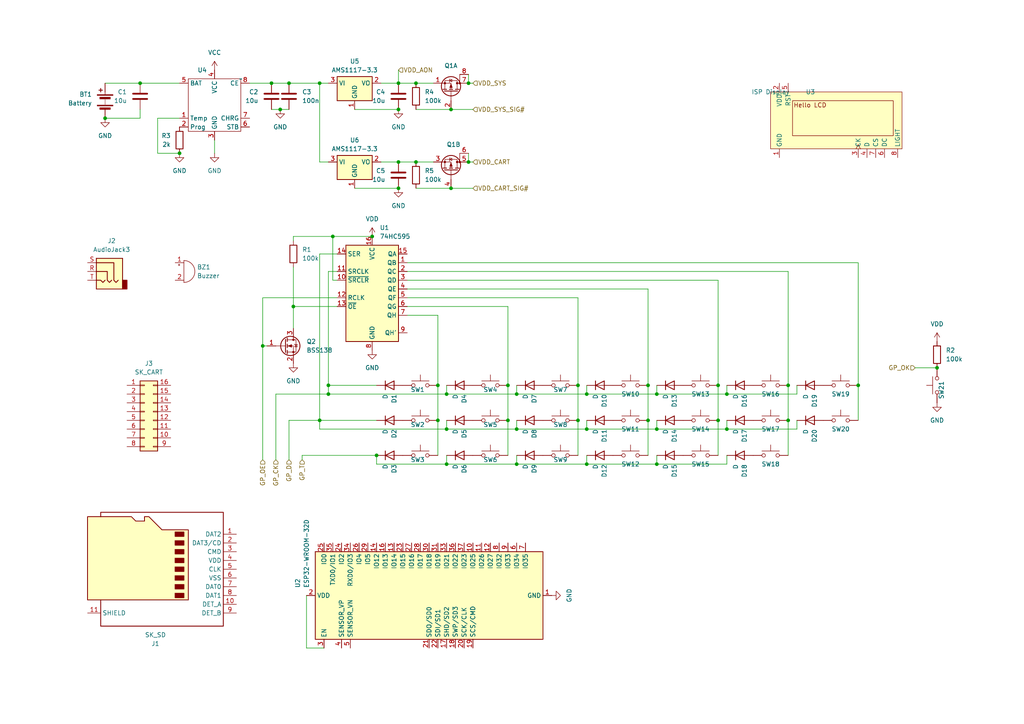
<source format=kicad_sch>
(kicad_sch (version 20230121) (generator eeschema)
  (paper "A4")
  (title_block (title "Main"))
  (lib_symbols
    (symbol "74xx:74HC595"
      (property "Reference" "U" (at -7.62 13.97 0))
      (property "Value" "74HC595" (at -7.62 -16.51 0))
      (symbol "74HC595_1_0"
        (pin tri_state line (at 10.16 7.62 180) (length 2.54) (name "QB") (number "1"))
        (pin input line (at -10.16 2.54 0) (length 2.54) (name "~{SRCLR}") (number "10"))
        (pin input line (at -10.16 5.08 0) (length 2.54) (name "SRCLK") (number "11"))
        (pin input line (at -10.16 -2.54 0) (length 2.54) (name "RCLK") (number "12"))
        (pin input line (at -10.16 -5.08 0) (length 2.54) (name "~{OE}") (number "13"))
        (pin input line (at -10.16 10.16 0) (length 2.54) (name "SER") (number "14"))
        (pin tri_state line (at 10.16 10.16 180) (length 2.54) (name "QA") (number "15"))
        (pin power_in line (at 0 15.24 270) (length 2.54) (name "VCC") (number "16"))
        (pin tri_state line (at 10.16 5.08 180) (length 2.54) (name "QC") (number "2"))
        (pin tri_state line (at 10.16 2.54 180) (length 2.54) (name "QD") (number "3"))
        (pin tri_state line (at 10.16 0 180) (length 2.54) (name "QE") (number "4"))
        (pin tri_state line (at 10.16 -2.54 180) (length 2.54) (name "QF") (number "5"))
        (pin tri_state line (at 10.16 -5.08 180) (length 2.54) (name "QG") (number "6"))
        (pin tri_state line (at 10.16 -7.62 180) (length 2.54) (name "QH") (number "7"))
        (pin power_in line (at 0 -17.78 90) (length 2.54) (name "GND") (number "8"))
        (pin output line (at 10.16 -12.7 180) (length 2.54) (name "QH'") (number "9"))
      )
      (symbol "74HC595_1_1"
        (rectangle (start -7.62 12.7) (end 7.62 -15.24) (stroke (width 0.254)) (fill (type background)))
      )
    )
    (symbol "Connector:Micro_SD_Card_Det2"
      (property "Reference" "J" (at -16.51 17.78 0))
      (property "Value" "Micro_SD_Card_Det2" (at 16.51 17.78 0))
      (symbol "Micro_SD_Card_Det2_0_1"
        (rectangle (start -7.62 -6.985) (end -5.08 -8.255) (stroke (width 0.254)) (fill (type outline)))
        (rectangle (start -7.62 -4.445) (end -5.08 -5.715) (stroke (width 0.254)) (fill (type outline)))
        (rectangle (start -7.62 -1.905) (end -5.08 -3.175) (stroke (width 0.254)) (fill (type outline)))
        (rectangle (start -7.62 0.635) (end -5.08 -0.635) (stroke (width 0.254)) (fill (type outline)))
        (rectangle (start -7.62 3.175) (end -5.08 1.905) (stroke (width 0.254)) (fill (type outline)))
        (rectangle (start -7.62 5.715) (end -5.08 4.445) (stroke (width 0.254)) (fill (type outline)))
        (rectangle (start -7.62 8.255) (end -5.08 6.985) (stroke (width 0.254)) (fill (type outline)))
        (rectangle (start -7.62 10.795) (end -5.08 9.525) (stroke (width 0.254)) (fill (type outline)))
        (polyline (pts (xy 16.51 15.24) (xy 16.51 16.51) (xy -19.05 16.51) (xy -19.05 -16.51) (xy 16.51 -16.51) (xy 16.51 -8.89)) (stroke (width 0.254)))
        (polyline (pts (xy -8.89 -8.89) (xy -8.89 11.43) (xy -1.27 11.43) (xy 2.54 15.24) (xy 3.81 15.24) (xy 3.81 13.97) (xy 6.35 13.97) (xy 7.62 15.24) (xy 20.32 15.24) (xy 20.32 -8.89) (xy -8.89 -8.89)) (stroke (width 0.254)) (fill (type background)))
      )
      (symbol "Micro_SD_Card_Det2_1_1"
        (pin bidirectional line (at -22.86 10.16 0) (length 3.81) (name "DAT2") (number "1"))
        (pin passive line (at -22.86 -10.16 0) (length 3.81) (name "DET_A") (number "10"))
        (pin passive line (at 20.32 -12.7 180) (length 3.81) (name "SHIELD") (number "11"))
        (pin bidirectional line (at -22.86 7.62 0) (length 3.81) (name "DAT3/CD") (number "2"))
        (pin input line (at -22.86 5.08 0) (length 3.81) (name "CMD") (number "3"))
        (pin power_in line (at -22.86 2.54 0) (length 3.81) (name "VDD") (number "4"))
        (pin input line (at -22.86 0 0) (length 3.81) (name "CLK") (number "5"))
        (pin power_in line (at -22.86 -2.54 0) (length 3.81) (name "VSS") (number "6"))
        (pin bidirectional line (at -22.86 -5.08 0) (length 3.81) (name "DAT0") (number "7"))
        (pin bidirectional line (at -22.86 -7.62 0) (length 3.81) (name "DAT1") (number "8"))
        (pin passive line (at -22.86 -12.7 0) (length 3.81) (name "DET_B") (number "9"))
      )
    )
    (symbol "Connector_Audio:AudioJack3"
      (property "Reference" "J" (at 0 8.89 0))
      (property "Value" "AudioJack3" (at 0 6.35 0))
      (symbol "AudioJack3_0_1"
        (rectangle (start -5.08 -5.08) (end -6.35 -2.54) (stroke (width 0.254)) (fill (type outline)))
        (polyline (pts (xy 0 -2.54) (xy 0.635 -3.175) (xy 1.27 -2.54) (xy 2.54 -2.54)) (stroke (width 0.254)))
        (polyline (pts (xy -1.905 -2.54) (xy -1.27 -3.175) (xy -0.635 -2.54) (xy -0.635 0) (xy 2.54 0)) (stroke (width 0.254)))
        (polyline (pts (xy 2.54 2.54) (xy -2.54 2.54) (xy -2.54 -2.54) (xy -3.175 -3.175) (xy -3.81 -2.54)) (stroke (width 0.254)))
        (rectangle (start 2.54 3.81) (end -5.08 -5.08) (stroke (width 0.254)) (fill (type background)))
      )
      (symbol "AudioJack3_1_1"
        (pin passive line (at 5.08 0 180) (length 2.54) (name "~") (number "R"))
        (pin passive line (at 5.08 2.54 180) (length 2.54) (name "~") (number "S"))
        (pin passive line (at 5.08 -2.54 180) (length 2.54) (name "~") (number "T"))
      )
    )
    (symbol "Connector_Generic:Conn_02x08_Counter_Clockwise" (pin_names (offset 1.016) hide)
      (property "Reference" "J" (at 1.27 10.16 0))
      (property "Value" "Conn_02x08_Counter_Clockwise" (at 1.27 -12.7 0))
      (symbol "Conn_02x08_Counter_Clockwise_1_1"
        (rectangle (start -1.27 -10.033) (end 0 -10.287) (stroke (width 0.1524)))
        (rectangle (start -1.27 -7.493) (end 0 -7.747) (stroke (width 0.1524)))
        (rectangle (start -1.27 -4.953) (end 0 -5.207) (stroke (width 0.1524)))
        (rectangle (start -1.27 -2.413) (end 0 -2.667) (stroke (width 0.1524)))
        (rectangle (start -1.27 0.127) (end 0 -0.127) (stroke (width 0.1524)))
        (rectangle (start -1.27 2.667) (end 0 2.413) (stroke (width 0.1524)))
        (rectangle (start -1.27 5.207) (end 0 4.953) (stroke (width 0.1524)))
        (rectangle (start -1.27 7.747) (end 0 7.493) (stroke (width 0.1524)))
        (rectangle (start -1.27 8.89) (end 3.81 -11.43) (stroke (width 0.254)) (fill (type background)))
        (rectangle (start 3.81 -10.033) (end 2.54 -10.287) (stroke (width 0.1524)))
        (rectangle (start 3.81 -7.493) (end 2.54 -7.747) (stroke (width 0.1524)))
        (rectangle (start 3.81 -4.953) (end 2.54 -5.207) (stroke (width 0.1524)))
        (rectangle (start 3.81 -2.413) (end 2.54 -2.667) (stroke (width 0.1524)))
        (rectangle (start 3.81 0.127) (end 2.54 -0.127) (stroke (width 0.1524)))
        (rectangle (start 3.81 2.667) (end 2.54 2.413) (stroke (width 0.1524)))
        (rectangle (start 3.81 5.207) (end 2.54 4.953) (stroke (width 0.1524)))
        (rectangle (start 3.81 7.747) (end 2.54 7.493) (stroke (width 0.1524)))
        (pin passive line (at -5.08 7.62 0) (length 3.81) (name "Pin_1") (number "1"))
        (pin passive line (at 7.62 -7.62 180) (length 3.81) (name "Pin_10") (number "10"))
        (pin passive line (at 7.62 -5.08 180) (length 3.81) (name "Pin_11") (number "11"))
        (pin passive line (at 7.62 -2.54 180) (length 3.81) (name "Pin_12") (number "12"))
        (pin passive line (at 7.62 0 180) (length 3.81) (name "Pin_13") (number "13"))
        (pin passive line (at 7.62 2.54 180) (length 3.81) (name "Pin_14") (number "14"))
        (pin passive line (at 7.62 5.08 180) (length 3.81) (name "Pin_15") (number "15"))
        (pin passive line (at 7.62 7.62 180) (length 3.81) (name "Pin_16") (number "16"))
        (pin passive line (at -5.08 5.08 0) (length 3.81) (name "Pin_2") (number "2"))
        (pin passive line (at -5.08 2.54 0) (length 3.81) (name "Pin_3") (number "3"))
        (pin passive line (at -5.08 0 0) (length 3.81) (name "Pin_4") (number "4"))
        (pin passive line (at -5.08 -2.54 0) (length 3.81) (name "Pin_5") (number "5"))
        (pin passive line (at -5.08 -5.08 0) (length 3.81) (name "Pin_6") (number "6"))
        (pin passive line (at -5.08 -7.62 0) (length 3.81) (name "Pin_7") (number "7"))
        (pin passive line (at -5.08 -10.16 0) (length 3.81) (name "Pin_8") (number "8"))
        (pin passive line (at 7.62 -10.16 180) (length 3.81) (name "Pin_9") (number "9"))
      )
    )
    (symbol "Device:Battery" (pin_numbers hide) (pin_names (offset 0) hide)
      (property "Reference" "BT" (at 2.54 2.54 0))
      (property "Value" "Battery" (at 2.54 0 0))
      (symbol "Battery_0_1"
        (rectangle (start -2.286 -1.27) (end 2.286 -1.524) (fill (type outline)))
        (rectangle (start -2.286 1.778) (end 2.286 1.524) (fill (type outline)))
        (rectangle (start -1.524 -2.032) (end 1.524 -2.54) (fill (type outline)))
        (rectangle (start -1.524 1.016) (end 1.524 0.508) (fill (type outline)))
        (polyline (pts (xy 0 -1.016) (xy 0 -0.762)))
        (polyline (pts (xy 0 -0.508) (xy 0 -0.254)))
        (polyline (pts (xy 0 0) (xy 0 0.254)))
        (polyline (pts (xy 0 1.778) (xy 0 2.54)))
        (polyline (pts (xy 0.762 3.048) (xy 1.778 3.048)) (stroke (width 0.254)))
        (polyline (pts (xy 1.27 3.556) (xy 1.27 2.54)) (stroke (width 0.254)))
      )
      (symbol "Battery_1_1"
        (pin passive line (at 0 5.08 270) (length 2.54) (name "+") (number "1"))
        (pin passive line (at 0 -5.08 90) (length 2.54) (name "-") (number "2"))
      )
    )
    (symbol "Device:Buzzer" (pin_names (offset 0.0254) hide)
      (property "Reference" "BZ" (at 3.81 1.27 0))
      (property "Value" "Buzzer" (at 3.81 -1.27 0))
      (symbol "Buzzer_0_1"
        (arc (start 0 -3.175) (mid 3.1612 0) (end 0 3.175))
        (polyline (pts (xy -1.651 1.905) (xy -1.143 1.905)))
        (polyline (pts (xy -1.397 2.159) (xy -1.397 1.651)))
        (polyline (pts (xy 0 3.175) (xy 0 -3.175)))
      )
      (symbol "Buzzer_1_1"
        (pin passive line (at -2.54 2.54 0) (length 2.54) (name "+") (number "1"))
        (pin passive line (at -2.54 -2.54 0) (length 2.54) (name "-") (number "2"))
      )
    )
    (symbol "Device:C" (pin_numbers hide) (pin_names (offset 0.254))
      (property "Reference" "C" (at 0.635 2.54 0))
      (property "Value" "C" (at 0.635 -2.54 0))
      (symbol "C_0_1"
        (polyline (pts (xy -2.032 -0.762) (xy 2.032 -0.762)) (stroke (width 0.508)))
        (polyline (pts (xy -2.032 0.762) (xy 2.032 0.762)) (stroke (width 0.508)))
      )
      (symbol "C_1_1"
        (pin passive line (at 0 3.81 270) (length 2.794) (name "~") (number "1"))
        (pin passive line (at 0 -3.81 90) (length 2.794) (name "~") (number "2"))
      )
    )
    (symbol "Device:D" (pin_numbers hide) (pin_names (offset 1.016) hide)
      (property "Reference" "D" (at 0 2.54 0))
      (property "Value" "D" (at 0 -2.54 0))
      (symbol "D_0_1"
        (polyline (pts (xy -1.27 1.27) (xy -1.27 -1.27)) (stroke (width 0.254)))
        (polyline (pts (xy 1.27 0) (xy -1.27 0)))
        (polyline (pts (xy 1.27 1.27) (xy 1.27 -1.27) (xy -1.27 0) (xy 1.27 1.27)) (stroke (width 0.254)))
      )
      (symbol "D_1_1"
        (pin passive line (at -3.81 0 0) (length 2.54) (name "K") (number "1"))
        (pin passive line (at 3.81 0 180) (length 2.54) (name "A") (number "2"))
      )
    )
    (symbol "Device:Q_Dual_PMOS_S1G1S2G2D2D2D1D1" (pin_names (offset 0) hide)
      (property "Reference" "Q" (at 6.35 1.27 0))
      (property "Value" "Q_Dual_PMOS_S1G1S2G2D2D2D1D1" (at 21.59 -1.27 0))
      (symbol "Q_Dual_PMOS_S1G1S2G2D2D2D1D1_0_1"
        (polyline (pts (xy 0.254 0) (xy -2.54 0)))
        (polyline (pts (xy 0.254 1.905) (xy 0.254 -1.905)) (stroke (width 0.254)))
        (polyline (pts (xy 0.762 -1.27) (xy 0.762 -2.286)) (stroke (width 0.254)))
        (polyline (pts (xy 0.762 0.508) (xy 0.762 -0.508)) (stroke (width 0.254)))
        (polyline (pts (xy 0.762 2.286) (xy 0.762 1.27)) (stroke (width 0.254)))
        (polyline (pts (xy 2.54 2.54) (xy 2.54 1.778)))
        (polyline (pts (xy 2.54 -2.54) (xy 2.54 0) (xy 0.762 0)))
        (polyline (pts (xy 0.762 1.778) (xy 3.302 1.778) (xy 3.302 -1.778) (xy 0.762 -1.778)))
        (polyline (pts (xy 2.286 0) (xy 1.27 0.381) (xy 1.27 -0.381) (xy 2.286 0)) (fill (type outline)))
        (polyline (pts (xy 2.794 -0.508) (xy 2.921 -0.381) (xy 3.683 -0.381) (xy 3.81 -0.254)))
        (polyline (pts (xy 3.302 -0.381) (xy 2.921 0.254) (xy 3.683 0.254) (xy 3.302 -0.381)))
        (circle (center 1.651 0) (radius 2.794) (stroke (width 0.254)))
        (circle (center 2.54 -1.778) (radius 0.254) (fill (type outline)))
        (circle (center 2.54 1.778) (radius 0.254) (fill (type outline)))
        (circle (center 2.54 2.54) (radius 0.254) (fill (type outline)))
        (rectangle (start 5.08 2.54) (end 2.54 2.54))
      )
      (symbol "Q_Dual_PMOS_S1G1S2G2D2D2D1D1_1_1"
        (pin passive line (at 2.54 -5.08 90) (length 2.54) (name "S") (number "1"))
        (pin input line (at -5.08 0 0) (length 2.54) (name "G") (number "2"))
        (pin passive line (at 2.54 5.08 270) (length 2.54) (name "D") (number "7"))
        (pin passive line (at 5.08 5.08 270) (length 2.54) (name "G") (number "8"))
      )
      (symbol "Q_Dual_PMOS_S1G1S2G2D2D2D1D1_2_1"
        (pin passive line (at 2.54 -5.08 90) (length 2.54) (name "S") (number "3"))
        (pin input line (at -5.08 0 0) (length 2.54) (name "G") (number "4"))
        (pin passive line (at 2.54 5.08 270) (length 2.54) (name "D") (number "5"))
        (pin passive line (at 5.08 5.08 270) (length 2.54) (name "G") (number "6"))
      )
    )
    (symbol "Device:R" (pin_numbers hide) (pin_names (offset 0))
      (property "Reference" "R" (at 2.032 0 90))
      (property "Value" "R" (at 0 0 90))
      (symbol "R_0_1"
        (rectangle (start -1.016 -2.54) (end 1.016 2.54) (stroke (width 0.254)))
      )
      (symbol "R_1_1"
        (pin passive line (at 0 3.81 270) (length 1.27) (name "~") (number "1"))
        (pin passive line (at 0 -3.81 90) (length 1.27) (name "~") (number "2"))
      )
    )
    (symbol "RF_Module:ESP32-WROOM-32D"
      (property "Reference" "U" (at -12.7 34.29 0))
      (property "Value" "ESP32-WROOM-32D" (at 1.27 34.29 0))
      (symbol "ESP32-WROOM-32D_0_1"
        (rectangle (start -12.7 33.02) (end 12.7 -33.02) (stroke (width 0.254)) (fill (type background)))
      )
      (symbol "ESP32-WROOM-32D_1_1"
        (pin power_in line (at 0 -35.56 90) (length 2.54) (name "GND") (number "1"))
        (pin bidirectional line (at 15.24 -12.7 180) (length 2.54) (name "IO25") (number "10"))
        (pin bidirectional line (at 15.24 -15.24 180) (length 2.54) (name "IO26") (number "11"))
        (pin bidirectional line (at 15.24 -17.78 180) (length 2.54) (name "IO27") (number "12"))
        (pin bidirectional line (at 15.24 10.16 180) (length 2.54) (name "IO14") (number "13"))
        (pin bidirectional line (at 15.24 15.24 180) (length 2.54) (name "IO12") (number "14"))
        (pin passive line (at 0 -35.56 90) (length 2.54) hide (name "GND") (number "15"))
        (pin bidirectional line (at 15.24 12.7 180) (length 2.54) (name "IO13") (number "16"))
        (pin bidirectional line (at -15.24 -5.08 0) (length 2.54) (name "SHD/SD2") (number "17"))
        (pin bidirectional line (at -15.24 -7.62 0) (length 2.54) (name "SWP/SD3") (number "18"))
        (pin bidirectional line (at -15.24 -12.7 0) (length 2.54) (name "SCS/CMD") (number "19"))
        (pin power_in line (at 0 35.56 270) (length 2.54) (name "VDD") (number "2"))
        (pin bidirectional line (at -15.24 -10.16 0) (length 2.54) (name "SCK/CLK") (number "20"))
        (pin bidirectional line (at -15.24 0 0) (length 2.54) (name "SDO/SD0") (number "21"))
        (pin bidirectional line (at -15.24 -2.54 0) (length 2.54) (name "SDI/SD1") (number "22"))
        (pin bidirectional line (at 15.24 7.62 180) (length 2.54) (name "IO15") (number "23"))
        (pin bidirectional line (at 15.24 25.4 180) (length 2.54) (name "IO2") (number "24"))
        (pin bidirectional line (at 15.24 30.48 180) (length 2.54) (name "IO0") (number "25"))
        (pin bidirectional line (at 15.24 20.32 180) (length 2.54) (name "IO4") (number "26"))
        (pin bidirectional line (at 15.24 5.08 180) (length 2.54) (name "IO16") (number "27"))
        (pin bidirectional line (at 15.24 2.54 180) (length 2.54) (name "IO17") (number "28"))
        (pin bidirectional line (at 15.24 17.78 180) (length 2.54) (name "IO5") (number "29"))
        (pin input line (at -15.24 30.48 0) (length 2.54) (name "EN") (number "3"))
        (pin bidirectional line (at 15.24 0 180) (length 2.54) (name "IO18") (number "30"))
        (pin bidirectional line (at 15.24 -2.54 180) (length 2.54) (name "IO19") (number "31"))
        (pin no_connect line (at -12.7 -27.94 0) (length 2.54) hide (name "NC") (number "32"))
        (pin bidirectional line (at 15.24 -5.08 180) (length 2.54) (name "IO21") (number "33"))
        (pin bidirectional line (at 15.24 22.86 180) (length 2.54) (name "RXD0/IO3") (number "34"))
        (pin bidirectional line (at 15.24 27.94 180) (length 2.54) (name "TXD0/IO1") (number "35"))
        (pin bidirectional line (at 15.24 -7.62 180) (length 2.54) (name "IO22") (number "36"))
        (pin bidirectional line (at 15.24 -10.16 180) (length 2.54) (name "IO23") (number "37"))
        (pin passive line (at 0 -35.56 90) (length 2.54) hide (name "GND") (number "38"))
        (pin passive line (at 0 -35.56 90) (length 2.54) hide (name "GND") (number "39"))
        (pin input line (at -15.24 25.4 0) (length 2.54) (name "SENSOR_VP") (number "4"))
        (pin input line (at -15.24 22.86 0) (length 2.54) (name "SENSOR_VN") (number "5"))
        (pin input line (at 15.24 -25.4 180) (length 2.54) (name "IO34") (number "6"))
        (pin input line (at 15.24 -27.94 180) (length 2.54) (name "IO35") (number "7"))
        (pin bidirectional line (at 15.24 -20.32 180) (length 2.54) (name "IO32") (number "8"))
        (pin bidirectional line (at 15.24 -22.86 180) (length 2.54) (name "IO33") (number "9"))
      )
    )
    (symbol "Regulator_Linear:AMS1117-3.3"
      (property "Reference" "U" (at -3.81 3.175 0))
      (property "Value" "AMS1117-3.3" (at 0 3.175 0))
      (symbol "AMS1117-3.3_0_1"
        (rectangle (start -5.08 -5.08) (end 5.08 1.905) (stroke (width 0.254)) (fill (type background)))
      )
      (symbol "AMS1117-3.3_1_1"
        (pin power_in line (at 0 -7.62 90) (length 2.54) (name "GND") (number "1"))
        (pin power_out line (at 7.62 0 180) (length 2.54) (name "VO") (number "2"))
        (pin power_in line (at -7.62 0 0) (length 2.54) (name "VI") (number "3"))
      )
    )
    (symbol "Switch:SW_Push" (pin_numbers hide) (pin_names (offset 1.016) hide)
      (property "Reference" "SW" (at 1.27 2.54 0))
      (property "Value" "SW_Push" (at 0 -1.524 0))
      (symbol "SW_Push_0_1"
        (circle (center -2.032 0) (radius 0.508))
        (polyline (pts (xy 0 1.27) (xy 0 3.048)))
        (polyline (pts (xy 2.54 1.27) (xy -2.54 1.27)))
        (circle (center 2.032 0) (radius 0.508))
        (pin passive line (at -5.08 0 0) (length 2.54) (name "1") (number "1"))
        (pin passive line (at 5.08 0 180) (length 2.54) (name "2") (number "2"))
      )
    )
    (symbol "Transistor_FET:BSS138" (pin_names hide)
      (property "Reference" "Q" (at 5.08 1.905 0))
      (property "Value" "BSS138" (at 5.08 0 0))
      (symbol "BSS138_0_1"
        (polyline (pts (xy 0.254 0) (xy -2.54 0)))
        (polyline (pts (xy 0.254 1.905) (xy 0.254 -1.905)) (stroke (width 0.254)))
        (polyline (pts (xy 0.762 -1.27) (xy 0.762 -2.286)) (stroke (width 0.254)))
        (polyline (pts (xy 0.762 0.508) (xy 0.762 -0.508)) (stroke (width 0.254)))
        (polyline (pts (xy 0.762 2.286) (xy 0.762 1.27)) (stroke (width 0.254)))
        (polyline (pts (xy 2.54 2.54) (xy 2.54 1.778)))
        (polyline (pts (xy 2.54 -2.54) (xy 2.54 0) (xy 0.762 0)))
        (polyline (pts (xy 0.762 -1.778) (xy 3.302 -1.778) (xy 3.302 1.778) (xy 0.762 1.778)))
        (polyline (pts (xy 1.016 0) (xy 2.032 0.381) (xy 2.032 -0.381) (xy 1.016 0)) (fill (type outline)))
        (polyline (pts (xy 2.794 0.508) (xy 2.921 0.381) (xy 3.683 0.381) (xy 3.81 0.254)))
        (polyline (pts (xy 3.302 0.381) (xy 2.921 -0.254) (xy 3.683 -0.254) (xy 3.302 0.381)))
        (circle (center 1.651 0) (radius 2.794) (stroke (width 0.254)))
        (circle (center 2.54 -1.778) (radius 0.254) (fill (type outline)))
        (circle (center 2.54 1.778) (radius 0.254) (fill (type outline)))
      )
      (symbol "BSS138_1_1"
        (pin input line (at -5.08 0 0) (length 2.54) (name "G") (number "1"))
        (pin passive line (at 2.54 -5.08 90) (length 2.54) (name "S") (number "2"))
        (pin passive line (at 2.54 5.08 270) (length 2.54) (name "D") (number "3"))
      )
    )
    (symbol "custom:ISP_Display_ST7789_1.9inch"
      (property "Reference" "U" (at 17.78 1.27 0))
      (symbol "ISP_Display_ST7789_1.9inch_1_1"
        (rectangle (start 0 0) (end 38.1 -16.51) (fill (type background)))
        (rectangle (start 6.35 -2.54) (end 35.56 -12.7))
        (text "Hello LCD\n" (at 11.43 -3.81 0) (effects (font (size 1.27 1.27))))
        (pin power_in line (at 2.54 -19.05 90) (length 2.54) (name "GND") (number "1"))
        (pin power_in line (at 2.54 2.54 270) (length 2.54) (name "VDD") (number "2"))
        (pin input clock (at 25.4 -19.05 90) (length 2.54) (name "CK") (number "3"))
        (pin input line (at 27.94 -19.05 90) (length 2.54) (name "D") (number "4"))
        (pin input line (at 5.08 2.54 270) (length 2.54) (name "RST") (number "5"))
        (pin input line (at 33.02 -19.05 90) (length 2.54) (name "DC") (number "6"))
        (pin input line (at 30.48 -19.05 90) (length 2.54) (name "CS") (number "7"))
        (pin power_in line (at 36.83 -19.05 90) (length 2.54) (name "LIGHT") (number "8"))
      )
    )
    (symbol "custom:TC4056A"
      (property "Reference" "U" (at 1.27 1.27 0))
      (symbol "TC4056A_1_1"
        (rectangle (start 0 0) (end 15.24 -15.24))
        (pin input line (at 17.78 -11.43 180) (length 2.54) (name "Temp") (number "1"))
        (pin passive line (at 17.78 -13.97 180) (length 2.54) (name "Prog") (number "2"))
        (pin power_in line (at 7.62 -17.78 90) (length 2.54) (name "GND") (number "3"))
        (pin power_in line (at 7.62 2.54 270) (length 2.54) (name "VCC") (number "4"))
        (pin bidirectional line (at 17.78 -1.27 180) (length 2.54) (name "BAT") (number "5"))
        (pin open_collector line (at -2.54 -13.97 0) (length 2.54) (name "STB") (number "6"))
        (pin open_collector line (at -2.54 -11.43 0) (length 2.54) (name "CHRG") (number "7"))
        (pin input line (at -2.54 -1.27 0) (length 2.54) (name "CE") (number "8"))
      )
    )
    (symbol "power:GND" (power) (pin_names (offset 0))
      (property "Value" "GND" (at 0 -3.81 0))
      (symbol "GND_0_1"
        (polyline (pts (xy 0 0) (xy 0 -1.27) (xy 1.27 -1.27) (xy 0 -2.54) (xy -1.27 -1.27) (xy 0 -1.27)))
      )
      (symbol "GND_1_1"
        (pin power_in line (at 0 0 270) (length 0) hide (name "GND") (number "1"))
      )
    )
    (symbol "power:VCC" (power) (pin_names (offset 0))
      (property "Value" "VCC" (at 0 3.81 0))
      (symbol "VCC_0_1"
        (polyline (pts (xy -0.762 1.27) (xy 0 2.54)))
        (polyline (pts (xy 0 0) (xy 0 2.54)))
        (polyline (pts (xy 0 2.54) (xy 0.762 1.27)))
      )
      (symbol "VCC_1_1"
        (pin power_in line (at 0 0 90) (length 0) hide (name "VCC") (number "1"))
      )
    )
    (symbol "power:VDD" (power) (pin_names (offset 0))
      (property "Value" "VDD" (at 0 3.81 0))
      (symbol "VDD_0_1"
        (polyline (pts (xy -0.762 1.27) (xy 0 2.54)))
        (polyline (pts (xy 0 0) (xy 0 2.54)))
        (polyline (pts (xy 0 2.54) (xy 0.762 1.27)))
      )
      (symbol "VDD_1_1"
        (pin power_in line (at 0 0 90) (length 0) hide (name "VDD") (number "1"))
      )
    )
  )
  (junction (at 228.6 121.92))
  (junction (at 115.57 46.99))
  (junction (at 115.57 31.75))
  (junction (at 92.71 24.13))
  (junction (at 135.89 24.13))
  (junction (at 170.18 124.46))
  (junction (at 149.86 114.3))
  (junction (at 147.32 111.76))
  (junction (at 210.82 124.46))
  (junction (at 120.65 24.13))
  (junction (at 81.28 31.75))
  (junction (at 208.28 111.76))
  (junction (at 115.57 24.13))
  (junction (at 40.64 24.13))
  (junction (at 190.5 134.62))
  (junction (at 120.65 46.99))
  (junction (at 109.22 132.08))
  (junction (at 135.89 46.99))
  (junction (at 167.64 121.92))
  (junction (at 190.5 124.46))
  (junction (at 85.09 88.9))
  (junction (at 228.6 111.76))
  (junction (at 115.57 54.61))
  (junction (at 129.54 134.62))
  (junction (at 167.64 111.76))
  (junction (at 190.5 114.3))
  (junction (at 96.52 68.58))
  (junction (at 149.86 124.46))
  (junction (at 130.81 31.75))
  (junction (at 149.86 134.62))
  (junction (at 147.32 121.92))
  (junction (at 208.28 121.92))
  (junction (at 130.81 54.61))
  (junction (at 107.95 68.58))
  (junction (at 30.48 34.29))
  (junction (at 83.82 24.13))
  (junction (at 95.25 114.3))
  (junction (at 271.78 106.68))
  (junction (at 129.54 124.46))
  (junction (at 78.74 24.13))
  (junction (at 95.25 111.76))
  (junction (at 210.82 114.3))
  (junction (at 52.07 44.45))
  (junction (at 170.18 134.62))
  (junction (at 248.92 111.76))
  (junction (at 187.96 121.92))
  (junction (at 129.54 114.3))
  (junction (at 127 111.76))
  (junction (at 127 121.92))
  (junction (at 92.71 121.92))
  (junction (at 187.96 111.76))
  (junction (at 76.2 100.33))
  (junction (at 170.18 114.3))
  (wire (pts (xy 190.5 124.46) (xy 190.5 121.92)))
  (wire (pts (xy 129.54 134.62) (xy 149.86 134.62)))
  (wire (pts (xy 92.71 73.66) (xy 97.79 73.66)))
  (wire (pts (xy 45.72 44.45) (xy 52.07 44.45)))
  (wire (pts (xy 83.82 24.13) (xy 92.71 24.13)))
  (wire (pts (xy 96.52 81.28) (xy 96.52 68.58)))
  (wire (pts (xy 95.25 114.3) (xy 129.54 114.3)))
  (wire (pts (xy 187.96 121.92) (xy 187.96 132.08)))
  (wire (pts (xy 83.82 133.35) (xy 83.82 121.92)))
  (wire (pts (xy 210.82 114.3) (xy 210.82 111.76)))
  (wire (pts (xy 149.86 134.62) (xy 170.18 134.62)))
  (wire (pts (xy 210.82 114.3) (xy 231.14 114.3)))
  (wire (pts (xy 78.74 24.13) (xy 83.82 24.13)))
  (wire (pts (xy 190.5 114.3) (xy 190.5 111.76)))
  (wire (pts (xy 40.64 34.29) (xy 40.64 31.75)))
  (wire (pts (xy 248.92 76.2) (xy 248.92 111.76)))
  (wire (pts (xy 210.82 134.62) (xy 210.82 132.08)))
  (wire (pts (xy 118.11 81.28) (xy 208.28 81.28)))
  (wire (pts (xy 167.64 121.92) (xy 167.64 132.08)))
  (wire (pts (xy 87.63 133.35) (xy 87.63 132.08)))
  (wire (pts (xy 109.22 134.62) (xy 129.54 134.62)))
  (wire (pts (xy 137.16 31.75) (xy 130.81 31.75)))
  (wire (pts (xy 92.71 121.92) (xy 92.71 124.46)))
  (wire (pts (xy 187.96 111.76) (xy 187.96 121.92)))
  (wire (pts (xy 72.39 24.13) (xy 78.74 24.13)))
  (wire (pts (xy 147.32 88.9) (xy 147.32 111.76)))
  (wire (pts (xy 208.28 81.28) (xy 208.28 111.76)))
  (wire (pts (xy 129.54 114.3) (xy 149.86 114.3)))
  (wire (pts (xy 97.79 81.28) (xy 96.52 81.28)))
  (wire (pts (xy 190.5 134.62) (xy 190.5 132.08)))
  (wire (pts (xy 170.18 134.62) (xy 170.18 132.08)))
  (wire (pts (xy 85.09 88.9) (xy 85.09 95.25)))
  (wire (pts (xy 92.71 24.13) (xy 95.25 24.13)))
  (wire (pts (xy 118.11 83.82) (xy 187.96 83.82)))
  (wire (pts (xy 52.07 24.13) (xy 40.64 24.13)))
  (wire (pts (xy 120.65 24.13) (xy 125.73 24.13)))
  (wire (pts (xy 52.07 34.29) (xy 45.72 34.29)))
  (wire (pts (xy 92.71 124.46) (xy 129.54 124.46)))
  (wire (pts (xy 129.54 114.3) (xy 129.54 111.76)))
  (wire (pts (xy 109.22 111.76) (xy 95.25 111.76)))
  (wire (pts (xy 102.87 31.75) (xy 115.57 31.75)))
  (wire (pts (xy 170.18 114.3) (xy 149.86 114.3)))
  (wire (pts (xy 167.64 111.76) (xy 167.64 121.92)))
  (wire (pts (xy 107.95 68.58) (xy 96.52 68.58)))
  (wire (pts (xy 45.72 34.29) (xy 45.72 44.45)))
  (wire (pts (xy 92.71 46.99) (xy 92.71 24.13)))
  (wire (pts (xy 95.25 111.76) (xy 95.25 78.74)))
  (wire (pts (xy 210.82 124.46) (xy 231.14 124.46)))
  (wire (pts (xy 170.18 124.46) (xy 170.18 121.92)))
  (wire (pts (xy 30.48 34.29) (xy 40.64 34.29)))
  (wire (pts (xy 167.64 86.36) (xy 167.64 111.76)))
  (wire (pts (xy 231.14 114.3) (xy 231.14 111.76)))
  (wire (pts (xy 135.89 24.13) (xy 137.16 24.13)))
  (wire (pts (xy 78.74 31.75) (xy 81.28 31.75)))
  (wire (pts (xy 127 91.44) (xy 127 111.76)))
  (wire (pts (xy 76.2 133.35) (xy 76.2 100.33)))
  (wire (pts (xy 40.64 24.13) (xy 30.48 24.13)))
  (wire (pts (xy 248.92 111.76) (xy 248.92 121.92)))
  (wire (pts (xy 76.2 86.36) (xy 76.2 100.33)))
  (wire (pts (xy 83.82 121.92) (xy 92.71 121.92)))
  (wire (pts (xy 190.5 114.3) (xy 210.82 114.3)))
  (wire (pts (xy 92.71 121.92) (xy 109.22 121.92)))
  (wire (pts (xy 170.18 114.3) (xy 190.5 114.3)))
  (wire (pts (xy 95.25 111.76) (xy 95.25 114.3)))
  (wire (pts (xy 118.11 78.74) (xy 228.6 78.74)))
  (wire (pts (xy 208.28 111.76) (xy 208.28 121.92)))
  (wire (pts (xy 187.96 83.82) (xy 187.96 111.76)))
  (wire (pts (xy 228.6 78.74) (xy 228.6 111.76)))
  (wire (pts (xy 120.65 54.61) (xy 130.81 54.61)))
  (wire (pts (xy 129.54 124.46) (xy 129.54 121.92)))
  (wire (pts (xy 149.86 134.62) (xy 149.86 132.08)))
  (wire (pts (xy 127 121.92) (xy 127 132.08)))
  (wire (pts (xy 95.25 78.74) (xy 97.79 78.74)))
  (wire (pts (xy 135.89 21.59) (xy 135.89 24.13)))
  (wire (pts (xy 102.87 54.61) (xy 115.57 54.61)))
  (wire (pts (xy 265.43 106.68) (xy 271.78 106.68)))
  (wire (pts (xy 115.57 20.32) (xy 115.57 24.13)))
  (wire (pts (xy 118.11 76.2) (xy 248.92 76.2)))
  (wire (pts (xy 109.22 134.62) (xy 109.22 132.08)))
  (wire (pts (xy 76.2 100.33) (xy 77.47 100.33)))
  (wire (pts (xy 231.14 124.46) (xy 231.14 121.92)))
  (wire (pts (xy 80.01 133.35) (xy 80.01 114.3)))
  (wire (pts (xy 95.25 46.99) (xy 92.71 46.99)))
  (wire (pts (xy 190.5 134.62) (xy 210.82 134.62)))
  (wire (pts (xy 129.54 124.46) (xy 149.86 124.46)))
  (wire (pts (xy 85.09 88.9) (xy 97.79 88.9)))
  (wire (pts (xy 170.18 124.46) (xy 190.5 124.46)))
  (wire (pts (xy 110.49 46.99) (xy 115.57 46.99)))
  (wire (pts (xy 210.82 124.46) (xy 210.82 121.92)))
  (wire (pts (xy 130.81 54.61) (xy 137.16 54.61)))
  (wire (pts (xy 170.18 111.76) (xy 170.18 114.3)))
  (wire (pts (xy 118.11 91.44) (xy 127 91.44)))
  (wire (pts (xy 118.11 86.36) (xy 167.64 86.36)))
  (wire (pts (xy 87.63 132.08) (xy 109.22 132.08)))
  (wire (pts (xy 88.9 187.96) (xy 88.9 172.72)))
  (wire (pts (xy 149.86 124.46) (xy 149.86 121.92)))
  (wire (pts (xy 85.09 77.47) (xy 85.09 88.9)))
  (wire (pts (xy 81.28 31.75) (xy 83.82 31.75)))
  (wire (pts (xy 129.54 134.62) (xy 129.54 132.08)))
  (wire (pts (xy 110.49 24.13) (xy 115.57 24.13)))
  (wire (pts (xy 80.01 114.3) (xy 95.25 114.3)))
  (wire (pts (xy 190.5 124.46) (xy 210.82 124.46)))
  (wire (pts (xy 120.65 31.75) (xy 130.81 31.75)))
  (wire (pts (xy 85.09 68.58) (xy 85.09 69.85)))
  (wire (pts (xy 147.32 111.76) (xy 147.32 121.92)))
  (wire (pts (xy 208.28 121.92) (xy 208.28 132.08)))
  (wire (pts (xy 228.6 121.92) (xy 228.6 132.08)))
  (wire (pts (xy 115.57 46.99) (xy 120.65 46.99)))
  (wire (pts (xy 96.52 68.58) (xy 85.09 68.58)))
  (wire (pts (xy 149.86 114.3) (xy 149.86 111.76)))
  (wire (pts (xy 92.71 121.92) (xy 92.71 73.66)))
  (wire (pts (xy 170.18 134.62) (xy 190.5 134.62)))
  (wire (pts (xy 135.89 44.45) (xy 135.89 46.99)))
  (wire (pts (xy 120.65 46.99) (xy 125.73 46.99)))
  (wire (pts (xy 228.6 111.76) (xy 228.6 121.92)))
  (wire (pts (xy 147.32 121.92) (xy 147.32 132.08)))
  (wire (pts (xy 97.79 86.36) (xy 76.2 86.36)))
  (wire (pts (xy 115.57 24.13) (xy 120.65 24.13)))
  (wire (pts (xy 149.86 124.46) (xy 170.18 124.46)))
  (wire (pts (xy 135.89 46.99) (xy 137.16 46.99)))
  (wire (pts (xy 127 111.76) (xy 127 121.92)))
  (wire (pts (xy 62.23 40.64) (xy 62.23 44.45)))
  (wire (pts (xy 118.11 88.9) (xy 147.32 88.9)))
  (wire (pts (xy 93.98 187.96) (xy 88.9 187.96)))
  (hierarchical_label "VDD_SYS" (shape input) (at 137.16 24.13 0))
  (hierarchical_label "GP_OE" (shape input) (at 76.2 133.35 270))
  (hierarchical_label "VDD_SYS_SIG#" (shape input) (at 137.16 31.75 0))
  (hierarchical_label "VDD_CART" (shape input) (at 137.16 46.99 0))
  (hierarchical_label "GP_D" (shape input) (at 83.82 133.35 270))
  (hierarchical_label "VDD_CART_SIG#" (shape input) (at 137.16 54.61 0))
  (hierarchical_label "GP_OK" (shape input) (at 265.43 106.68 180))
  (hierarchical_label "GP_T" (shape input) (at 87.63 133.35 270))
  (hierarchical_label "GP_CK" (shape input) (at 80.01 133.35 270))
  (hierarchical_label "VDD_AON" (shape input) (at 115.57 20.32 0))
  (symbol (lib_id "Device:D") (at 113.03 132.08 0) (unit 1)
    (property "Reference" "D3" (at 114.3 134.62 90) (effects (justify right)))
    (property "Value" "D" (at 111.76 134.62 90) (effects (justify right)))
    (property "Sim.Device" "D" (effects hide))
    (property "Sim.Pins" "1=K 2=A" (effects hide))
  )
  (symbol (lib_id "Device:D") (at 113.03 121.92 0) (unit 1)
    (property "Reference" "D2" (at 114.3 124.46 90) (effects (justify right)))
    (property "Value" "D" (at 111.76 124.46 90) (effects (justify right)))
    (property "Sim.Device" "D" (effects hide))
    (property "Sim.Pins" "1=K 2=A" (effects hide))
  )
  (symbol (lib_id "Regulator_Linear:AMS1117-3.3") (at 102.87 24.13 0) (unit 1)
    (property "Reference" "U5" (at 102.87 17.78 0))
    (property "Value" "AMS1117-3.3" (at 102.87 20.32 0))
    (property "Footprint" "Package_TO_SOT_SMD:SOT-223-3_TabPin2" (effects hide))
    (property "Datasheet" "http://www.advanced-monolithic.com/pdf/ds1117.pdf" (effects hide))
  )
  (symbol (lib_id "power:GND") (at 107.95 101.6 0) (unit 1)
    (property "Reference" "#PWR03" (effects hide))
    (property "Value" "GND" (at 107.95 106.68 0))
  )
  (symbol (lib_id "Device:D") (at 153.67 121.92 0) (unit 1)
    (property "Reference" "D8" (at 154.94 124.46 90) (effects (justify right)))
    (property "Value" "D" (at 152.4 124.46 90) (effects (justify right)))
    (property "Sim.Device" "D" (effects hide))
    (property "Sim.Pins" "1=K 2=A" (effects hide))
  )
  (symbol (lib_id "power:GND") (at 62.23 44.45 0) (mirror y) (unit 1)
    (property "Reference" "#PWR010" (effects hide))
    (property "Value" "GND" (at 62.23 49.53 0))
  )
  (symbol (lib_id "Switch:SW_Push") (at 142.24 111.76 0) (unit 1)
    (property "Reference" "SW4" (at 142.24 113.03 0))
    (property "Value" "SW_Push" (effects hide))
  )
  (symbol (lib_id "power:GND") (at 115.57 31.75 0) (unit 1)
    (property "Reference" "#PWR012" (effects hide))
    (property "Value" "GND" (at 115.57 36.83 0))
  )
  (symbol (lib_id "Device:D") (at 234.95 111.76 0) (unit 1)
    (property "Reference" "D19" (at 236.22 114.3 90) (effects (justify right)))
    (property "Value" "D" (at 233.68 114.3 90) (effects (justify right)))
    (property "Sim.Device" "D" (effects hide))
    (property "Sim.Pins" "1=K 2=A" (effects hide))
  )
  (symbol (lib_id "custom:TC4056A") (at 69.85 22.86 0) (mirror y) (unit 1)
    (property "Reference" "U4" (at 60.0359 20.32 0) (effects (justify left)))
    (property "Value" "~" (at 69.85 22.86 0))
  )
  (symbol (lib_id "Device:D") (at 214.63 132.08 0) (unit 1)
    (property "Reference" "D18" (at 215.9 134.62 90) (effects (justify right)))
    (property "Value" "D" (at 213.36 134.62 90) (effects (justify right)))
    (property "Sim.Device" "D" (effects hide))
    (property "Sim.Pins" "1=K 2=A" (effects hide))
  )
  (symbol (lib_id "Device:Buzzer") (at 53.34 78.74 0) (unit 1)
    (property "Reference" "BZ1" (at 57.15 77.47 0) (effects (justify left)))
    (property "Value" "Buzzer" (at 57.15 80.01 0) (effects (justify left)))
    (property "Footprint" "Buzzer_Beeper:Buzzer_CUI_CPT-9019S-SMT" (effects hide))
  )
  (symbol (lib_id "Switch:SW_Push") (at 223.52 132.08 0) (unit 1)
    (property "Reference" "SW18" (at 223.52 134.62 0))
    (property "Value" "SW_Push" (effects hide))
  )
  (symbol (lib_id "Device:R") (at 52.07 40.64 0) (mirror y) (unit 1)
    (property "Reference" "R3" (at 49.53 39.37 0) (effects (justify left)))
    (property "Value" "2k" (at 49.53 41.91 0) (effects (justify left)))
  )
  (symbol (lib_id "Device:R") (at 120.65 27.94 0) (unit 1)
    (property "Reference" "R4" (at 123.19 26.67 0) (effects (justify left)))
    (property "Value" "100k" (at 123.19 29.21 0) (effects (justify left)))
  )
  (symbol (lib_id "Device:D") (at 153.67 111.76 0) (unit 1)
    (property "Reference" "D7" (at 154.94 114.3 90) (effects (justify right)))
    (property "Value" "D" (at 152.4 114.3 90) (effects (justify right)))
    (property "Sim.Device" "D" (effects hide))
    (property "Sim.Pins" "1=K 2=A" (effects hide))
  )
  (symbol (lib_id "Device:D") (at 173.99 111.76 0) (unit 1)
    (property "Reference" "D10" (at 175.26 114.3 90) (effects (justify right)))
    (property "Value" "D" (at 172.72 114.3 90) (effects (justify right)))
    (property "Sim.Device" "D" (effects hide))
    (property "Sim.Pins" "1=K 2=A" (effects hide))
  )
  (symbol (lib_id "Device:D") (at 234.95 121.92 0) (unit 1)
    (property "Reference" "D20" (at 236.22 124.46 90) (effects (justify right)))
    (property "Value" "D" (at 233.68 124.46 90) (effects (justify right)))
    (property "Sim.Device" "D" (effects hide))
    (property "Sim.Pins" "1=K 2=A" (effects hide))
  )
  (symbol (lib_id "Device:D") (at 133.35 132.08 0) (unit 1)
    (property "Reference" "D6" (at 134.62 134.62 90) (effects (justify right)))
    (property "Value" "D" (at 132.08 134.62 90) (effects (justify right)))
    (property "Sim.Device" "D" (effects hide))
    (property "Sim.Pins" "1=K 2=A" (effects hide))
  )
  (symbol (lib_id "Connector_Generic:Conn_02x08_Counter_Clockwise") (at 41.91 119.38 0) (unit 1)
    (property "Reference" "J3" (at 43.18 105.41 0))
    (property "Value" "SK_CART" (at 43.18 107.95 0))
    (property "Footprint" "Connector_PinSocket_2.54mm:PinSocket_2x08_P2.54mm_Horizontal" (effects hide))
  )
  (symbol (lib_id "Device:D") (at 194.31 111.76 0) (unit 1)
    (property "Reference" "D13" (at 195.58 114.3 90) (effects (justify right)))
    (property "Value" "D" (at 193.04 114.3 90) (effects (justify right)))
    (property "Sim.Device" "D" (effects hide))
    (property "Sim.Pins" "1=K 2=A" (effects hide))
  )
  (symbol (lib_id "Device:Q_Dual_PMOS_S1G1S2G2D2D2D1D1") (at 130.81 49.53 270) (mirror x) (unit 2)
    (property "Reference" "Q1" (at 129.54 41.91 90) (effects (justify left)))
    (property "Value" "Q_Dual_PMOS_S1G1S2G2D2D2D1D1" (effects hide))
    (property "Footprint" "Package_SO:SOP-8_3.9x4.9mm_P1.27mm" (effects hide))
  )
  (symbol (lib_id "Switch:SW_Push") (at 182.88 111.76 0) (unit 1)
    (property "Reference" "SW10" (at 182.88 114.3 0))
    (property "Value" "SW_Push" (effects hide))
  )
  (symbol (lib_id "Device:D") (at 113.03 111.76 0) (unit 1)
    (property "Reference" "D1" (at 114.3 114.3 90) (effects (justify right)))
    (property "Value" "D" (at 111.76 114.3 90) (effects (justify right)))
    (property "Sim.Device" "D" (effects hide))
    (property "Sim.Pins" "1=K 2=A" (effects hide))
  )
  (symbol (lib_id "Switch:SW_Push") (at 121.92 121.92 0) (unit 1)
    (property "Reference" "SW2" (at 123.19 123.19 0) (effects (justify right)))
    (property "Value" "SW_Push" (effects hide))
  )
  (symbol (lib_id "Switch:SW_Push") (at 243.84 111.76 0) (unit 1)
    (property "Reference" "SW19" (at 243.84 114.3 0))
    (property "Value" "SW_Push" (effects hide))
  )
  (symbol (lib_id "power:GND") (at 52.07 44.45 0) (mirror y) (unit 1)
    (property "Reference" "#PWR08" (effects hide))
    (property "Value" "GND" (at 52.07 49.53 0))
  )
  (symbol (lib_id "power:GND") (at 30.48 34.29 0) (mirror y) (unit 1)
    (property "Reference" "#PWR06" (effects hide))
    (property "Value" "GND" (at 30.48 39.37 0))
  )
  (symbol (lib_id "power:GND") (at 85.09 105.41 0) (unit 1)
    (property "Reference" "#PWR01" (effects hide))
    (property "Value" "GND" (at 85.09 110.49 0))
  )
  (symbol (lib_id "Switch:SW_Push") (at 142.24 132.08 0) (unit 1)
    (property "Reference" "SW6" (at 142.24 133.35 0))
    (property "Value" "SW_Push" (effects hide))
  )
  (symbol (lib_id "Switch:SW_Push") (at 182.88 121.92 0) (unit 1)
    (property "Reference" "SW11" (at 182.88 124.46 0))
    (property "Value" "SW_Push" (effects hide))
  )
  (symbol (lib_id "Device:D") (at 173.99 121.92 0) (unit 1)
    (property "Reference" "D11" (at 175.26 124.46 90) (effects (justify right)))
    (property "Value" "D" (at 172.72 124.46 90) (effects (justify right)))
    (property "Sim.Device" "D" (effects hide))
    (property "Sim.Pins" "1=K 2=A" (effects hide))
  )
  (symbol (lib_id "Device:D") (at 214.63 121.92 0) (unit 1)
    (property "Reference" "D17" (at 215.9 124.46 90) (effects (justify right)))
    (property "Value" "D" (at 213.36 124.46 90) (effects (justify right)))
    (property "Sim.Device" "D" (effects hide))
    (property "Sim.Pins" "1=K 2=A" (effects hide))
  )
  (symbol (lib_id "Device:R") (at 120.65 50.8 0) (unit 1)
    (property "Reference" "R5" (at 123.19 49.53 0) (effects (justify left)))
    (property "Value" "100k" (at 123.19 52.07 0) (effects (justify left)))
  )
  (symbol (lib_id "Switch:SW_Push") (at 203.2 132.08 0) (unit 1)
    (property "Reference" "SW15" (at 203.2 134.62 0))
    (property "Value" "SW_Push" (effects hide))
  )
  (symbol (lib_id "power:VDD") (at 107.95 68.58 0) (unit 1)
    (property "Reference" "#PWR02" (effects hide))
    (property "Value" "VDD" (at 107.95 63.5 0))
  )
  (symbol (lib_id "Connector:Micro_SD_Card_Det2") (at 45.72 165.1 0) (mirror y) (unit 1)
    (property "Reference" "J1" (at 45.085 186.69 0))
    (property "Value" "SK_SD" (at 45.085 184.15 0))
    (property "Datasheet" "https://www.hirose.com/en/product/document?clcode=&productname=&series=DM3&documenttype=Catalog&lang=en&documentid=D49662_en" (effects hide))
  )
  (symbol (lib_id "Device:D") (at 133.35 121.92 0) (unit 1)
    (property "Reference" "D5" (at 134.62 124.46 90) (effects (justify right)))
    (property "Value" "D" (at 132.08 124.46 90) (effects (justify right)))
    (property "Sim.Device" "D" (effects hide))
    (property "Sim.Pins" "1=K 2=A" (effects hide))
  )
  (symbol (lib_id "Switch:SW_Push") (at 142.24 121.92 0) (unit 1)
    (property "Reference" "SW5" (at 142.24 123.19 0))
    (property "Value" "SW_Push" (effects hide))
  )
  (symbol (lib_id "Device:D") (at 173.99 132.08 0) (unit 1)
    (property "Reference" "D12" (at 175.26 134.62 90) (effects (justify right)))
    (property "Value" "D" (at 172.72 134.62 90) (effects (justify right)))
    (property "Sim.Device" "D" (effects hide))
    (property "Sim.Pins" "1=K 2=A" (effects hide))
  )
  (symbol (lib_id "Switch:SW_Push") (at 162.56 111.76 0) (unit 1)
    (property "Reference" "SW7" (at 162.56 113.03 0))
    (property "Value" "SW_Push" (effects hide))
  )
  (symbol (lib_id "Switch:SW_Push") (at 223.52 111.76 0) (unit 1)
    (property "Reference" "SW16" (at 223.52 114.3 0))
    (property "Value" "SW_Push" (effects hide))
  )
  (symbol (lib_id "Device:Battery") (at 30.48 29.21 0) (mirror y) (unit 1)
    (property "Reference" "BT1" (at 26.67 27.3685 0) (effects (justify left)))
    (property "Value" "Battery" (at 26.67 29.9085 0) (effects (justify left)))
    (property "Footprint" "footprints:LiIon18650" (effects hide))
  )
  (symbol (lib_id "power:GND") (at 160.02 172.72 90) (unit 1)
    (property "Reference" "#PWR07" (effects hide))
    (property "Value" "GND" (at 165.1 172.72 0))
  )
  (symbol (lib_id "Switch:SW_Push") (at 162.56 121.92 0) (unit 1)
    (property "Reference" "SW8" (at 162.56 123.19 0))
    (property "Value" "SW_Push" (effects hide))
  )
  (symbol (lib_id "Device:C") (at 78.74 27.94 0) (mirror y) (unit 1)
    (property "Reference" "C2" (at 74.93 26.67 0) (effects (justify left)))
    (property "Value" "10u" (at 74.93 29.21 0) (effects (justify left)))
    (property "Footprint" "Capacitor_SMD:C_1210_3225Metric_Pad1.33x2.70mm_HandSolder" (effects hide))
  )
  (symbol (lib_id "Device:R") (at 85.09 73.66 0) (unit 1)
    (property "Reference" "R1" (at 87.63 72.39 0) (effects (justify left)))
    (property "Value" "100k" (at 87.63 74.93 0) (effects (justify left)))
  )
  (symbol (lib_id "Regulator_Linear:AMS1117-3.3") (at 102.87 46.99 0) (unit 1)
    (property "Reference" "U6" (at 102.87 40.64 0))
    (property "Value" "AMS1117-3.3" (at 102.87 43.18 0))
    (property "Footprint" "Package_TO_SOT_SMD:SOT-223-3_TabPin2" (effects hide))
    (property "Datasheet" "http://www.advanced-monolithic.com/pdf/ds1117.pdf" (effects hide))
  )
  (symbol (lib_id "Switch:SW_Push") (at 162.56 132.08 0) (unit 1)
    (property "Reference" "SW9" (at 162.56 133.35 0))
    (property "Value" "SW_Push" (effects hide))
  )
  (symbol (lib_id "Switch:SW_Push") (at 223.52 121.92 0) (unit 1)
    (property "Reference" "SW17" (at 223.52 124.46 0))
    (property "Value" "SW_Push" (effects hide))
  )
  (symbol (lib_id "Switch:SW_Push") (at 121.92 111.76 0) (unit 1)
    (property "Reference" "SW1" (at 123.19 113.03 0) (effects (justify right)))
    (property "Value" "SW_Push" (effects hide))
  )
  (symbol (lib_id "Switch:SW_Push") (at 203.2 111.76 0) (unit 1)
    (property "Reference" "SW13" (at 203.2 114.3 0))
    (property "Value" "SW_Push" (effects hide))
  )
  (symbol (lib_id "Device:C") (at 40.64 27.94 0) (mirror y) (unit 1)
    (property "Reference" "C1" (at 36.83 26.67 0) (effects (justify left)))
    (property "Value" "10u" (at 36.83 29.21 0) (effects (justify left)))
    (property "Footprint" "Capacitor_SMD:C_1210_3225Metric_Pad1.33x2.70mm_HandSolder" (effects hide))
  )
  (symbol (lib_id "Switch:SW_Push") (at 121.92 132.08 0) (unit 1)
    (property "Reference" "SW3" (at 123.19 133.35 0) (effects (justify right)))
    (property "Value" "SW_Push" (effects hide))
  )
  (symbol (lib_id "power:GND") (at 115.57 54.61 0) (unit 1)
    (property "Reference" "#PWR013" (effects hide))
    (property "Value" "GND" (at 115.57 59.69 0))
  )
  (symbol (lib_id "Device:D") (at 194.31 132.08 0) (unit 1)
    (property "Reference" "D15" (at 195.58 134.62 90) (effects (justify right)))
    (property "Value" "D" (at 193.04 134.62 90) (effects (justify right)))
    (property "Sim.Device" "D" (effects hide))
    (property "Sim.Pins" "1=K 2=A" (effects hide))
  )
  (symbol (lib_id "custom:ISP_Display_ST7789_1.9inch") (at 223.52 26.67 0) (unit 1)
    (property "Reference" "U3" (at 233.68 26.67 0) (effects (justify left)))
    (property "Value" "ISP Display" (at 223.52 26.67 0))
    (property "Footprint" "footprints:ST7789 1.9inch module Display" (effects hide))
  )
  (symbol (lib_id "Device:D") (at 214.63 111.76 0) (unit 1)
    (property "Reference" "D16" (at 215.9 114.3 90) (effects (justify right)))
    (property "Value" "D" (at 213.36 114.3 90) (effects (justify right)))
    (property "Sim.Device" "D" (effects hide))
    (property "Sim.Pins" "1=K 2=A" (effects hide))
  )
  (symbol (lib_id "Switch:SW_Push") (at 243.84 121.92 0) (unit 1)
    (property "Reference" "SW20" (at 243.84 124.46 0))
    (property "Value" "SW_Push" (effects hide))
  )
  (symbol (lib_id "power:GND") (at 81.28 31.75 0) (unit 1)
    (property "Reference" "#PWR011" (effects hide))
    (property "Value" "GND" (at 81.28 36.83 0))
  )
  (symbol (lib_id "Switch:SW_Push") (at 271.78 111.76 90) (unit 1)
    (property "Reference" "SW21" (at 273.05 110.49 0) (effects (justify right)))
    (property "Value" "SW_Push" (effects hide))
  )
  (symbol (lib_id "Device:D") (at 153.67 132.08 0) (unit 1)
    (property "Reference" "D9" (at 154.94 134.62 90) (effects (justify right)))
    (property "Value" "D" (at 152.4 134.62 90) (effects (justify right)))
    (property "Sim.Device" "D" (effects hide))
    (property "Sim.Pins" "1=K 2=A" (effects hide))
  )
  (symbol (lib_id "Device:D") (at 133.35 111.76 0) (unit 1)
    (property "Reference" "D4" (at 134.62 114.3 90) (effects (justify right)))
    (property "Value" "D" (at 132.08 114.3 90) (effects (justify right)))
    (property "Sim.Device" "D" (effects hide))
    (property "Sim.Pins" "1=K 2=A" (effects hide))
  )
  (symbol (lib_id "Device:D") (at 194.31 121.92 0) (unit 1)
    (property "Reference" "D14" (at 195.58 124.46 90) (effects (justify right)))
    (property "Value" "D" (at 193.04 124.46 90) (effects (justify right)))
    (property "Sim.Device" "D" (effects hide))
    (property "Sim.Pins" "1=K 2=A" (effects hide))
  )
  (symbol (lib_id "power:GND") (at 271.78 116.84 0) (unit 1)
    (property "Reference" "#PWR05" (effects hide))
    (property "Value" "GND" (at 271.78 121.92 0))
  )
  (symbol (lib_id "Transistor_FET:BSS138") (at 82.55 100.33 0) (unit 1)
    (property "Reference" "Q2" (at 88.9 99.06 0) (effects (justify left)))
    (property "Value" "BSS138" (at 88.9 101.6 0) (effects (justify left)))
    (property "Footprint" "Package_TO_SOT_SMD:SOT-23" (effects hide))
    (property "Datasheet" "https://www.onsemi.com/pub/Collateral/BSS138-D.PDF" (effects hide))
  )
  (symbol (lib_id "74xx:74HC595") (at 107.95 83.82 0) (unit 1)
    (property "Reference" "U1" (at 110.1441 66.04 0) (effects (justify left)))
    (property "Value" "74HC595" (at 110.1441 68.58 0) (effects (justify left)))
    (property "Footprint" "Package_SO:SOP-16_3.9x9.9mm_P1.27mm" (effects hide))
    (property "Datasheet" "http://www.ti.com/lit/ds/symlink/sn74hc595.pdf" (effects hide))
  )
  (symbol (lib_id "Connector_Audio:AudioJack3") (at 30.48 78.74 0) (mirror y) (unit 1)
    (property "Reference" "J2" (at 32.385 69.85 0))
    (property "Value" "AudioJack3" (at 32.385 72.39 0))
    (property "Footprint" "Connector_Audio:Jack_3.5mm_CUI_SJ1-3523N_Horizontal" (effects hide))
  )
  (symbol (lib_id "power:VCC") (at 62.23 20.32 0) (mirror y) (unit 1)
    (property "Reference" "#PWR09" (effects hide))
    (property "Value" "VCC" (at 62.23 15.24 0))
  )
  (symbol (lib_id "Device:R") (at 271.78 102.87 0) (unit 1)
    (property "Reference" "R2" (at 274.32 101.6 0) (effects (justify left)))
    (property "Value" "100k" (at 274.32 104.14 0) (effects (justify left)))
  )
  (symbol (lib_id "Device:Q_Dual_PMOS_S1G1S2G2D2D2D1D1") (at 130.81 26.67 270) (mirror x) (unit 1)
    (property "Reference" "Q1" (at 130.81 19.05 90))
    (property "Value" "Q_Dual_PMOS_S1G1S2G2D2D2D1D1" (effects hide))
    (property "Footprint" "Package_SO:SOP-8_3.9x4.9mm_P1.27mm" (effects hide))
  )
  (symbol (lib_id "Switch:SW_Push") (at 203.2 121.92 0) (unit 1)
    (property "Reference" "SW14" (at 203.2 124.46 0))
    (property "Value" "SW_Push" (effects hide))
  )
  (symbol (lib_id "RF_Module:ESP32-WROOM-32D") (at 124.46 172.72 90) (unit 1)
    (property "Reference" "U2" (at 86.36 170.5259 0) (effects (justify left)))
    (property "Value" "ESP32-WROOM-32D" (at 88.9 170.5259 0) (effects (justify left)))
    (property "Footprint" "RF_Module:ESP32-WROOM-32D" (effects hide))
    (property "Datasheet" "https://www.espressif.com/sites/default/files/documentation/esp32-wroom-32d_esp32-wroom-32u_datasheet_en.pdf" (effects hide))
  )
  (symbol (lib_id "power:VDD") (at 271.78 99.06 0) (unit 1)
    (property "Reference" "#PWR04" (effects hide))
    (property "Value" "VDD" (at 271.78 93.98 0))
  )
  (symbol (lib_id "Device:C") (at 83.82 27.94 0) (unit 1)
    (property "Reference" "C3" (at 87.63 26.67 0) (effects (justify left)))
    (property "Value" "100n" (at 87.63 29.21 0) (effects (justify left)))
    (property "Footprint" "Capacitor_SMD:C_0805_2012Metric" (effects hide))
  )
  (symbol (lib_id "Device:C") (at 115.57 50.8 0) (mirror y) (unit 1)
    (property "Reference" "C5" (at 111.76 49.53 0) (effects (justify left)))
    (property "Value" "10u" (at 111.76 52.07 0) (effects (justify left)))
    (property "Footprint" "Capacitor_SMD:C_1210_3225Metric_Pad1.33x2.70mm_HandSolder" (effects hide))
  )
  (symbol (lib_id "Device:C") (at 115.57 27.94 0) (mirror y) (unit 1)
    (property "Reference" "C4" (at 111.76 26.67 0) (effects (justify left)))
    (property "Value" "10u" (at 111.76 29.21 0) (effects (justify left)))
    (property "Footprint" "Capacitor_SMD:C_1210_3225Metric_Pad1.33x2.70mm_HandSolder" (effects hide))
  )
  (symbol (lib_id "Switch:SW_Push") (at 182.88 132.08 0) (unit 1)
    (property "Reference" "SW12" (at 182.88 134.62 0))
    (property "Value" "SW_Push" (effects hide))
  )
)
</source>
